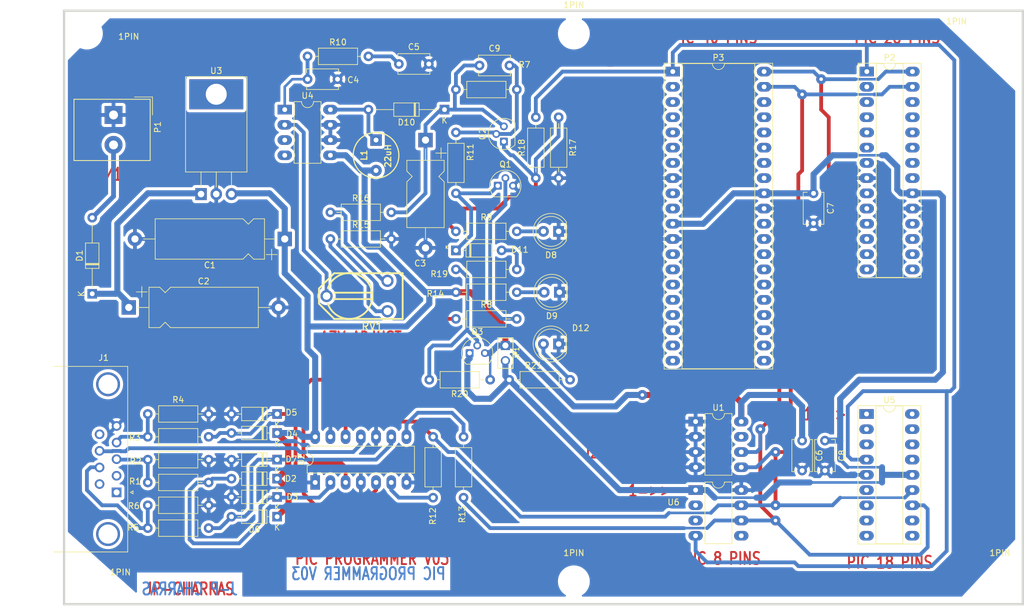
<source format=kicad_pcb>
(kicad_pcb (version 20210824) (generator pcbnew)
  (title_block (title "SERIAL PIC PROGRAMMER"))
  (layers (0 "F.Cu" signal "top_copper") (31 "B.Cu" signal "bottom_copper") (34 "B.Paste" user) (35 "F.Paste" user) (36 "B.SilkS" user "B.Silkscreen") (37 "F.SilkS" user "F.Silkscreen") (38 "B.Mask" user) (39 "F.Mask" user) (44 "Edge.Cuts" user))
  (net 0 "")
  (net 1 "Net-(D1-Pad2)")
  (net 2 "Net-(D2-Pad2)")
  (net 3 "GND")
  (net 4 "VCC")
  (net 5 "VPP")
  (net 6 "VCC_PIC")
  (net 7 "Net-(D4-Pad2)")
  (net 8 "/pic_programmer/PC-CLOCK-OUT")
  (net 9 "VPP-MCLR")
  (net 10 "CLOCK-RB6")
  (net 11 "DATA-RB7")
  (net 12 "Net-(C2-Pad1)")
  (net 13 "Net-(C4-Pad1)")
  (net 14 "Net-(C5-Pad1)")
  (net 15 "Net-(C9-Pad2)")
  (net 16 "Net-(D6-Pad2)")
  (net 17 "Net-(D8-Pad2)")
  (net 18 "Net-(D9-Pad2)")
  (net 19 "Net-(D11-Pad2)")
  (net 20 "Net-(D11-Pad1)")
  (net 21 "Net-(D12-Pad2)")
  (net 22 "Net-(Q1-Pad2)")
  (net 23 "Net-(D10-Pad2)")
  (net 24 "Net-(Q3-Pad2)")
  (net 25 "Net-(R8-Pad1)")
  (net 26 "Net-(R12-Pad1)")
  (net 27 "Net-(R13-Pad1)")
  (net 28 "Net-(R15-Pad1)")
  (net 29 "Net-(R16-Pad1)")
  (net 30 "Net-(RV1-Pad2)")
  (net 31 "Net-(Q2-Pad1)")
  (net 32 "/pic_programmer/VPP_ON")
  (net 33 "/pic_programmer/PC-DATA-OUT")
  (net 34 "/pic_programmer/PC-DATA-IN")
  (footprint "Package_DIP:DIP-40_W15.24mm_Socket_LongPads" (layer "F.Cu") (at 175.26 50.8)
    (fp_text reference "P3")
    (fp_text value "SUPP40")
  )
  (footprint "MountingHole:MountingHole_4.3mm_M4_DIN965" (layer "F.Cu") (at 229.87 44.45)
    (fp_text reference "1PIN")
    (fp_text value "P***")
  )
  (footprint "MountingHole:MountingHole_4.3mm_M4_DIN965" (layer "F.Cu") (at 229.87 135.89)
    (fp_text reference "1PIN")
    (fp_text value "P***")
  )
  (footprint "MountingHole:MountingHole_4.3mm_M4_DIN965" (layer "F.Cu") (at 77.47 44.45)
    (fp_text reference "1PIN")
    (fp_text value "P***")
  )
  (footprint "MountingHole:MountingHole_4.3mm_M4_DIN965" (layer "F.Cu") (at 77.47 135.89)
    (fp_text reference "1PIN")
    (fp_text value "P***")
  )
  (footprint "MountingHole:MountingHole_4.3mm_M4_DIN965" (layer "F.Cu") (at 158.75 135.89)
    (fp_text reference "1PIN")
    (fp_text value "P***")
  )
  (footprint "MountingHole:MountingHole_4.3mm_M4_DIN965" (layer "F.Cu") (at 158.75 44.45)
    (fp_text reference "1PIN")
    (fp_text value "P***")
  )
  (footprint "Package_DIP:DIP-28_W7.62mm_Socket_LongPads" (layer "F.Cu") (at 207.645 50.8)
    (fp_text reference "P2")
    (fp_text value "SUPP28")
  )
  (footprint "Capacitor_THT:CP_Axial_L18.0mm_D6.5mm_P25.00mm_Horizontal" (layer "F.Cu") (at 110.49 78.74 180)
    (fp_text reference "C1")
    (fp_text value "100uF")
  )
  (footprint "Capacitor_THT:CP_Axial_L18.0mm_D6.5mm_P25.00mm_Horizontal" (layer "F.Cu") (at 84.455 90.17)
    (fp_text reference "C2")
    (fp_text value "220uF")
  )
  (footprint "Capacitor_THT:CP_Axial_L11.0mm_D6.0mm_P18.00mm_Horizontal" (layer "F.Cu") (at 133.985 62.23 -90)
    (fp_text reference "C3")
    (fp_text value "22uF/25V")
  )
  (footprint "Capacitor_THT:C_Disc_D5.1mm_W3.2mm_P5.00mm" (layer "F.Cu") (at 114.3 52.07)
    (fp_text reference "C4")
    (fp_text value "0")
  )
  (footprint "Capacitor_THT:C_Disc_D5.1mm_W3.2mm_P5.00mm" (layer "F.Cu") (at 129.54 49.53)
    (fp_text reference "C5")
    (fp_text value "10nF")
  )
  (footprint "Capacitor_THT:C_Disc_D5.1mm_W3.2mm_P5.00mm" (layer "F.Cu") (at 196.85 112.395 -90)
    (fp_text reference "C6")
    (fp_text value "100nF")
  )
  (footprint "Capacitor_THT:C_Disc_D5.1mm_W3.2mm_P5.00mm" (layer "F.Cu") (at 198.755 71.12 -90)
    (fp_text reference "C7")
    (fp_text value "100nF")
  )
  (footprint "Capacitor_THT:C_Disc_D5.1mm_W3.2mm_P5.00mm" (layer "F.Cu") (at 200.66 112.395 -90)
    (fp_text reference "C8")
    (fp_text value "100nF")
  )
  (footprint "Capacitor_THT:C_Disc_D5.1mm_W3.2mm_P5.00mm" (layer "F.Cu") (at 143.002 49.784)
    (fp_text reference "C9")
    (fp_text value "22OnF")
  )
  (footprint "Diode_THT:D_DO-35_SOD27_P12.70mm_Horizontal" (layer "F.Cu") (at 78.359 87.884 90)
    (fp_text reference "D1")
    (fp_text value "1N4004")
  )
  (footprint "Diode_THT:D_DO-35_SOD27_P7.62mm_Horizontal" (layer "F.Cu") (at 109.22 118.745 180)
    (fp_text reference "D2")
    (fp_text value "BAT43")
  )
  (footprint "Diode_THT:D_DO-35_SOD27_P7.62mm_Horizontal" (layer "F.Cu") (at 109.22 121.793 180)
    (fp_text reference "D3")
    (fp_text value "BAT43")
  )
  (footprint "Diode_THT:D_DO-35_SOD27_P7.62mm_Horizontal" (layer "F.Cu") (at 109.22 111.125 180)
    (fp_text reference "D4")
    (fp_text value "BAT43")
  )
  (footprint "Diode_THT:D_DO-35_SOD27_P7.62mm_Horizontal" (layer "F.Cu") (at 109.22 107.95 180)
    (fp_text reference "D5")
    (fp_text value "BAT43")
  )
  (footprint "Diode_THT:D_DO-35_SOD27_P7.62mm_Horizontal" (layer "F.Cu") (at 109.22 125.095 180)
    (fp_text reference "D6")
    (fp_text value "BAT43")
  )
  (footprint "Diode_THT:D_DO-35_SOD27_P7.62mm_Horizontal" (layer "F.Cu") (at 109.22 115.57 180)
    (fp_text reference "D7")
    (fp_text value "BAT43")
  )
  (footprint "LED_THT:LED_D5.0mm" (layer "F.Cu") (at 156.21 77.47 180)
    (fp_text reference "D8")
    (fp_text value "RED-LED")
  )
  (footprint "LED_THT:LED_D5.0mm" (layer "F.Cu") (at 156.337 87.63 180)
    (fp_text reference "D9")
    (fp_text value "GREEN-LED")
  )
  (footprint "Diode_THT:D_DO-35_SOD27_P12.70mm_Horizontal" (layer "F.Cu") (at 137.16 57.15 180)
    (fp_text reference "D10")
    (fp_text value "SCHOTTKY")
  )
  (footprint "Diode_THT:D_DO-35_SOD27_P7.62mm_Horizontal" (layer "F.Cu") (at 139.065 80.645)
    (fp_text reference "D11")
    (fp_text value "BAT43")
  )
  (footprint "LED_THT:LED_D5.0mm" (layer "F.Cu") (at 156.21 96.266 180)
    (fp_text reference "D12")
    (fp_text value "YELLOW-LED")
  )
  (footprint "Connector_Dsub:DSUB-9_Female_Horizontal_P2.77x2.84mm_EdgePinOffset7.70mm_Housed_MountingHolesOffset9.12mm" (layer "F.Cu") (at 82.423 121.031 -90)
    (fp_text reference "J1")
    (fp_text value "DB9-FEMAL")
  )
  (footprint "pin_array:PIN_ARRAY_2X1" (layer "F.Cu") (at 147.32 97.79 -90)
    (fp_text reference "JP1")
    (fp_text value "JUMPER" hide)
  )
  (footprint "inductors:INDUCTOR_V" (layer "F.Cu") (at 125.73 64.77 -90)
    (fp_text reference "L1")
    (fp_text value "22uH")
  )
  (footprint "TerminalBlock_Altech:Altech_AK300_1x02_P5.00mm_45-Degree" (layer "F.Cu") (at 81.915 58.039 -90)
    (fp_text reference "P1")
    (fp_text value "CONN_2")
  )
  (footprint "Package_TO_SOT_THT:TO-92" (layer "F.Cu") (at 146.05 69.85)
    (fp_text reference "Q1")
    (fp_text value "BC237")
  )
  (footprint "Package_TO_SOT_THT:TO-92" (layer "F.Cu") (at 147.066 62.484 90)
    (fp_text reference "Q2")
    (fp_text value "BC307")
  )
  (footprint "Package_TO_SOT_THT:TO-92" (layer "F.Cu") (at 141.351 97.79)
    (fp_text reference "Q3")
    (fp_text value "BC307")
  )
  (footprint "Resistor_THT:R_Axial_DIN0207_L6.3mm_D2.5mm_P10.16mm_Horizontal" (layer "F.Cu") (at 87.63 115.57)
    (fp_text reference "R2")
    (fp_text value "10K")
  )
  (footprint "Resistor_THT:R_Axial_DIN0207_L6.3mm_D2.5mm_P10.16mm_Horizontal" (layer "F.Cu") (at 87.63 111.76)
    (fp_text reference "R3")
    (fp_text value "10K")
  )
  (footprint "Resistor_THT:R_Axial_DIN0207_L6.3mm_D2.5mm_P10.16mm_Horizontal" (layer "F.Cu") (at 87.63 107.95)
    (fp_text reference "R4")
    (fp_text value "10K")
  )
  (footprint "Resistor_THT:R_Axial_DIN0207_L6.3mm_D2.5mm_P10.16mm_Horizontal" (layer "F.Cu") (at 87.63 127)
    (fp_text reference "R5")
    (fp_text value "10K")
  )
  (footprint "Resistor_THT:R_Axial_DIN0207_L6.3mm_D2.5mm_P10.16mm_Horizontal" (layer "F.Cu") (at 87.63 123.19)
    (fp_text reference "R6")
    (fp_text value "10K")
  )
  (footprint "Resistor_THT:R_Axial_DIN0207_L6.3mm_D2.5mm_P10.16mm_Horizontal" (layer "F.Cu") (at 139.065 53.7972)
    (fp_text reference "R7")
    (fp_text value "10K")
  )
  (footprint "Resistor_THT:R_Axial_DIN0207_L6.3mm_D2.5mm_P10.16mm_Horizontal" (layer "F.Cu") (at 139.065 92.075)
    (fp_text reference "R8")
    (fp_text value "1K")
  )
  (footprint "Resistor_THT:R_Axial_DIN0207_L6.3mm_D2.5mm_P10.16mm_Horizontal" (layer "F.Cu") (at 139.065 77.47)
    (fp_text reference "R9")
    (fp_text value "2.2K")
  )
  (footprint "Resistor_THT:R_Axial_DIN0207_L6.3mm_D2.5mm_P10.16mm_Horizontal" (layer "F.Cu") (at 114.3 48.26)
    (fp_text reference "R10")
    (fp_text value "5.1K")
  )
  (footprint "Resistor_THT:R_Axial_DIN0207_L6.3mm_D2.5mm_P10.16mm_Horizontal" (layer "F.Cu") (at 139.065 71.12 90)
    (fp_text reference "R11")
    (fp_text value "22K")
  )
  (footprint "Resistor_THT:R_Axial_DIN0207_L6.3mm_D2.5mm_P10.16mm_Horizontal" (layer "F.Cu") (at 135.255 121.92 90)
    (fp_text reference "R12")
    (fp_text value "470")
  )
  (footprint "Resistor_THT:R_Axial_DIN0207_L6.3mm_D2.5mm_P10.16mm_Horizontal" (layer "F.Cu") (at 140.335 111.76 -90)
    (fp_text reference "R13")
    (fp_text value "470")
  )
  (footprint "Resistor_THT:R_Axial_DIN0207_L6.3mm_D2.5mm_P10.16mm_Horizontal" (layer "F.Cu") (at 139.065 87.63)
    (fp_text reference "R14")
    (fp_text value "470")
  )
  (footprint "Resistor_THT:R_Axial_DIN0207_L6.3mm_D2.5mm_P10.16mm_Horizontal" (layer "F.Cu") (at 118.11 78.74)
    (fp_text reference "R15")
    (fp_text value "6.2K")
  )
  (footprint "Resistor_THT:R_Axial_DIN0207_L6.3mm_D2.5mm_P10.16mm_Horizontal" (layer "F.Cu") (at 156.21 58.42 -90)
    (fp_text reference "R17")
    (fp_text value "22K")
  )
  (footprint "Resistor_THT:R_Axial_DIN0207_L6.3mm_D2.5mm_P10.16mm_Horizontal" (layer "F.Cu") (at 152.4 68.58 90)
    (fp_text reference "R18")
    (fp_text value "220")
  )
  (footprint "Resistor_THT:R_Axial_DIN0207_L6.3mm_D2.5mm_P10.16mm_Horizontal" (layer "F.Cu") (at 149.225 83.82 180)
    (fp_text reference "R19")
    (fp_text value "2.2K")
  )
  (footprint "Resistor_THT:R_Axial_DIN0207_L6.3mm_D2.5mm_P10.16mm_Horizontal" (layer "F.Cu") (at 147.955 102.235)
    (fp_text reference "R21")
    (fp_text value "470")
  )
  (footprint "pic_programmer_fp:RV2X4" (layer "F.Cu") (at 127.635 90.805 180)
    (fp_text reference "RV1")
    (fp_text value "1K")
  )
  (footprint "Package_DIP:DIP-8_W7.62mm_LongPads" (layer "F.Cu") (at 179.07 109.22)
    (fp_text reference "U1")
    (fp_text value "24Cxx")
  )
  (footprint "Package_DIP:DIP-14_W7.62mm_LongPads" (layer "F.Cu") (at 115.57 119.38 90)
    (fp_text reference "U2")
    (fp_text value "74HC125")
  )
  (footprint "Package_TO_SOT_THT:TO-220-3_Horizontal_TabDown" (layer "F.Cu") (at 96.52 71.247)
    (fp_text reference "U3")
    (fp_text value "7805")
  )
  (footprint "Package_DIP:DIP-8_W7.62mm_LongPads" (layer "F.Cu") (at 110.49 57.15)
    (fp_text reference "U4")
    (fp_text value "LT1373")
  )
  (footprint "Package_DIP:DIP-18_W7.62mm_Socket_LongPads" (layer "F.Cu") (at 207.6 107.95)
    (fp_text reference "U5")
    (fp_text value "PIC_18_PINS")
  )
  (footprint "Package_DIP:DIP-8_W7.62mm_LongPads" (layer "F.Cu") (at 179.07 120.65)
    (fp_text reference "U6")
    (fp_text value "PIC_8_PINS")
  )
  (footprint "Resistor_THT:R_Axial_DIN0207_L6.3mm_D2.5mm_P10.16mm_Horizontal" (layer "F.Cu") (at 87.63 119.38)
    (fp_text reference "R1")
    (fp_text value "10K")
  )
  (footprint "Resistor_THT:R_Axial_DIN0207_L6.3mm_D2.5mm_P10.16mm_Horizontal" (layer "F.Cu") (at 144.78 102.235 180)
    (fp_text reference "R20")
    (fp_text value "2.2K")
  )
  (footprint "Resistor_THT:R_Axial_DIN0207_L6.3mm_D2.5mm_P10.16mm_Horizontal" (layer "F.Cu") (at 118.11 74.295)
    (fp_text reference "R16")
    (fp_text value "62K")
  )
  (gr_line (start 173.99 40.64) (end 233.68 40.64) (angle 90) (layer "Edge.Cuts") (width 0.381))
  (gr_line (start 233.68 139.7) (end 73.66 139.7) (angle 90) (layer "Edge.Cuts") (width 0.381))
  (gr_line (start 73.66 40.64) (end 173.99 40.64) (angle 90) (layer "Edge.Cuts") (width 0.381))
  (gr_line (start 73.66 139.7) (end 73.66 40.64) (angle 90) (layer "Edge.Cuts") (width 0.381))
  (gr_line (start 233.68 40.64) (end 233.68 139.7) (angle 90) (layer "Edge.Cuts") (width 0.381))
  (gr_text "PIC 28 PINS" (at 212.725 45.085) (layer "F.Cu") (effects (font (size 2.032 1.524) (thickness 0.3048))))
  (gr_text "PIC 8 PINS" (at 183.515 132.08) (layer "F.Cu") (effects (font (size 2.032 1.524) (thickness 0.3048))))
  (gr_text "VCC ON" (at 163.322 96.901) (layer "F.Cu") (effects (font (size 2.032 1.524) (thickness 0.3048))))
  (gr_text "PIC PROGRAMMER V03" (at 125.095 132.08) (layer "F.Cu") (effects (font (size 2.032 1.524) (thickness 0.3048))))
  (gr_text "1=>>" (at 167.64 48.895) (layer "F.Cu") (effects (font (size 2.032 1.524) (thickness 0.3048))))
  (gr_text "PIC 40 PINS" (at 182.245 45.085) (layer "F.Cu") (effects (font (size 2.032 1.524) (thickness 0.3048))))
  (gr_text "1=>>" (at 171.45 109.22) (layer "F.Cu") (effects (font (size 2.032 1.524) (thickness 0.3048))))
  (gr_text "VPP ON" (at 163.449 76.835) (layer "F.Cu") (effects (font (size 2.032 1.524) (thickness 0.3048))))
  (gr_text "1=>>" (at 201.295 48.895) (layer "F.Cu") (effects (font (size 2.032 1.524) (thickness 0.3048))))
  (gr_text "JP-CHARRAS" (at 94.615 137.16) (layer "F.Cu") (effects (font (size 2.032 1.524) (thickness 0.3048))))
  (gr_text "I2C PROM" (at 166.37 114.3) (layer "F.Cu") (effects (font (size 2.032 1.524) (thickness 0.3048))))
  (gr_text "+8/12V" (at 81.534 67.945) (layer "F.Cu") (effects (font (size 2.032 1.524) (thickness 0.3048))))
  (gr_text "PIC 18 PINS" (at 211.455 132.715) (layer "F.Cu") (effects (font (size 2.032 1.524) (thickness 0.3048))))
  (gr_text "PWR ON" (at 163.449 88.011) (layer "F.Cu") (effects (font (size 2.032 1.524) (thickness 0.3048))))
  (gr_text "13V ADJUST" (at 123.19 95.25) (layer "F.Cu") (effects (font (size 2.032 1.524) (thickness 0.3048))))
  (gr_text "1=>>" (at 171.45 120.65) (layer "F.Cu") (effects (font (size 2.032 1.524) (thickness 0.3048))))
  (gr_text "1=>>" (at 200.66 107.95) (layer "F.Cu") (effects (font (size 2.032 1.524) (thickness 0.3048))))
  (gr_text "PIC PROGRAMMER V03" (at 124.46 134.62) (layer "B.Cu") (effects (font (size 2.032 1.524) (thickness 0.3048)) (justify mirror)))
  (gr_text "J-P CHARRAS" (at 94.615 137.16) (layer "B.Cu") (effects (font (size 2.032 1.524) (thickness 0.3048)) (justify mirror)))
  (segment (start 78.359 75.184) (end 81.915 71.628) (width 0.8) (layer "B.Cu") (net 1))
  (segment (start 81.915 71.628) (end 81.915 63.039) (width 0.8) (layer "B.Cu") (net 1))
  (segment (start 109.22 121.92) (end 116.205 121.92) (width 0.635) (layer "B.Cu") (net 2))
  (segment (start 95.25 129.54) (end 102.87 129.54) (width 0.635) (layer "B.Cu") (net 2))
  (segment (start 97.79 119.38) (end 98.425 118.745) (width 0.635) (layer "B.Cu") (net 2))
  (segment (start 94.615 120.65) (end 94.615 128.905) (width 0.635) (layer "B.Cu") (net 2))
  (segment (start 94.615 128.905) (end 95.25 129.54) (width 0.635) (layer "B.Cu") (net 2))
  (segment (start 106.426 125.984) (end 106.426 123.3932) (width 0.635) (layer "B.Cu") (net 2))
  (segment (start 98.425 118.745) (end 101.6 118.745) (width 0.635) (layer "B.Cu") (net 2))
  (segment (start 118.11 120.015) (end 118.11 119.38) (width 0.635) (layer "B.Cu") (net 2))
  (segment (start 95.885 119.38) (end 94.615 120.65) (width 0.635) (layer "B.Cu") (net 2))
  (segment (start 97.79 119.38) (end 95.885 119.38) (width 0.635) (layer "B.Cu") (net 2))
  (segment (start 107.8992 121.92) (end 109.22 121.92) (width 0.635) (layer "B.Cu") (net 2))
  (segment (start 116.205 121.92) (end 118.11 120.015) (width 0.635) (layer "B.Cu") (net 2))
  (segment (start 102.87 129.54) (end 106.426 125.984) (width 0.635) (layer "B.Cu") (net 2))
  (segment (start 106.426 123.3932) (end 107.8992 121.92) (width 0.635) (layer "B.Cu") (net 2))
  (segment (start 111.0742 116.8908) (end 109.22 118.745) (width 1.016) (layer "F.Cu") (net 4))
  (segment (start 139.065 87.63) (end 141.478 87.63) (width 1.016) (layer "F.Cu") (net 4))
  (segment (start 141.478 87.63) (end 147.32 93.472) (width 1.016) (layer "F.Cu") (net 4))
  (segment (start 111.125 120.65) (end 111.125 123.19) (width 1.016) (layer "F.Cu") (net 4))
  (segment (start 185.42 104.775) (end 186.69 106.045) (width 1.016) (layer "F.Cu") (net 4))
  (segment (start 147.32 93.472) (end 147.32 96.52) (width 1.016) (layer "F.Cu") (net 4))
  (segment (start 111.0742 113.0808) (end 111.0742 116.8908) (width 1.016) (layer "F.Cu") (net 4))
  (segment (start 110.49 112.395) (end 110.49 112.4966) (width 1.016) (layer "F.Cu") (net 4))
  (segment (start 110.49 112.4966) (end 111.0742 113.0808) (width 1.016) (layer "F.Cu") (net 4))
  (segment (start 109.22 118.745) (end 111.125 120.65) (width 1.016) (layer "F.Cu") (net 4))
  (segment (start 186.69 106.045) (end 186.69 109.22) (width 1.016) (layer "F.Cu") (net 4))
  (segment (start 111.125 123.19) (end 109.855 124.46) (width 1.016) (layer "F.Cu") (net 4))
  (segment (start 170.18 104.775) (end 185.42 104.775) (width 1.016) (layer "F.Cu") (net 4))
  (segment (start 109.22 111.125) (end 110.49 112.395) (width 1.016) (layer "F.Cu") (net 4))
  (via (at 170.18 104.775) (size 1.651) (drill 0.6) (layers "F.Cu" "B.Cu") (net 4))
  (segment (start 123.19 67.31) (end 120.65 64.77) (width 1.016) (layer "B.Cu") (net 4))
  (segment (start 101.6 71.12) (end 107.95 71.12) (width 1.016) (layer "B.Cu") (net 4))
  (segment (start 134.62 89.535) (end 134.62 87.63) (width 1.016) (layer "B.Cu") (net 4))
  (segment (start 123.825 67.31) (end 123.19 67.31) (width 1.016) (layer "B.Cu") (net 4))
  (segment (start 147.32 96.52) (end 146.05 96.52) (width 1.016) (layer "B.Cu") (net 4))
  (segment (start 158.75 106.68) (end 165.735 106.68) (width 1.016) (layer "B.Cu") (net 4))
  (segment (start 126.365 80.01) (end 124.46 80.01) (width 1.016) (layer "B.Cu") (net 4))
  (segment (start 118.11 64.77) (end 120.65 64.77) (width 1.016) (layer "B.Cu") (net 4))
  (segment (start 114.3 93.345) (end 114.3 97.155) (width 1.016) (layer "B.Cu") (net 4))
  (segment (start 114.3 93.345) (end 130.81 93.345) (width 1.016) (layer "B.Cu") (net 4))
  (segment (start 114.3 97.155) (end 115.57 98.425) (width 1.016) (layer "B.Cu") (net 4))
  (segment (start 186.69 106.045) (end 187.96 104.775) (width 1.016) (layer "B.Cu") (net 4))
  (segment (start 115.57 98.425) (end 115.57 111.76) (width 1.016) (layer "B.Cu") (net 4))
  (segment (start 130.81 93.345) (end 134.62 89.535) (width 1.016) (layer "B.Cu") (net 4))
  (segment (start 165.735 106.68) (end 167.64 104.775) (width 1.016) (layer "B.Cu") (net 4))
  (segment (start 148.59 96.52) (end 158.75 106.68) (width 1.016) (layer "B.Cu") (net 4))
  (segment (start 124.46 80.01) (end 123.825 79.375) (width 1.016) (layer "B.Cu") (net 4))
  (segment (start 113.3856 111.76) (end 115.57 111.76) (width 1.016) (layer "B.Cu") (net 4))
  (segment (start 196.85 112.395) (end 196.85 106.68) (width 1.016) (layer "B.Cu") (net 4))
  (segment (start 134.62 87.63) (end 133.985 87.63) (width 1.016) (layer "B.Cu") (net 4))
  (segment (start 146.05 96.52) (end 144.78 97.79) (width 1.016) (layer "B.Cu") (net 4))
  (segment (start 144.78 102.235) (end 144.78 97.79) (width 0.4) (layer "B.Cu") (net 4))
  (segment (start 144.78 97.79) (end 143.891 97.79) (width 1.016) (layer "B.Cu") (net 4))
  (segment (start 109.22 111.125) (end 112.7506 111.125) (width 1.016) (layer "B.Cu") (net 4))
  (segment (start 125.73 67.31) (end 123.825 67.31) (width 1.016) (layer "B.Cu") (net 4))
  (segment (start 167.64 104.775) (end 170.18 104.775) (width 1.016) (layer "B.Cu") (net 4))
  (segment (start 139.065 87.63) (end 134.62 87.63) (width 1.016) (layer "B.Cu") (net 4))
  (segment (start 114.3 88.265) (end 114.3 93.345) (width 1.016) (layer "B.Cu") (net 4))
  (segment (start 110.49 73.66) (end 107.95 71.12) (width 1.016) (layer "B.Cu") (net 4))
  (segment (start 196.85 106.68) (end 194.945 104.775) (width 1.016) (layer "B.Cu") (net 4))
  (segment (start 147.32 96.52) (end 148.59 96.52) (width 1.016) (layer "B.Cu") (net 4))
  (segment (start 186.69 109.22) (end 186.69 106.045) (width 1.016) (layer "B.Cu") (net 4))
  (segment (start 112.7506 111.125) (end 113.3856 111.76) (width 1.016) (layer "B.Cu") (net 4))
  (segment (start 133.985 87.63) (end 126.365 80.01) (width 1.016) (layer "B.Cu") (net 4))
  (segment (start 187.96 104.775) (end 194.945 104.775) (width 1.016) (layer "B.Cu") (net 4))
  (segment (start 123.825 79.375) (end 123.825 67.31) (width 1.016) (layer "B.Cu") (net 4))
  (segment (start 110.49 78.74) (end 110.49 73.66) (width 1.016) (layer "B.Cu") (net 4))
  (segment (start 110.49 84.455) (end 114.3 88.265) (width 1.016) (layer "B.Cu") (net 4))
  (segment (start 110.49 78.74) (end 110.49 84.455) (width 1.016) (layer "B.Cu") (net 4))
  (segment (start 138.8872 53.975) (end 139.065 53.7972) (width 0.635) (layer "B.Cu") (net 5))
  (segment (start 138.8872 57.15) (end 138.8872 53.975) (width 0.635) (layer "B.Cu") (net 5))
  (segment (start 137.16 57.15) (end 138.8872 57.15) (width 0.635) (layer "B.Cu") (net 5))
  (segment (start 130.81 74.295) (end 128.27 74.295) (width 0.635) (layer "B.Cu") (net 5))
  (segment (start 133.985 62.23) (end 133.985 71.12) (width 0.635) (layer "B.Cu") (net 5))
  (segment (start 138.8872 57.15) (end 143.51 57.15) (width 0.635) (layer "B.Cu") (net 5))
  (segment (start 133.985 62.23) (end 133.985 59.69) (width 0.635) (layer "B.Cu") (net 5))
  (segment (start 136.525 57.15) (end 137.16 57.15) (width 0.635) (layer "B.Cu") (net 5))
  (segment (start 133.985 71.12) (end 130.81 74.295) (width 0.635) (layer "B.Cu") (net 5))
  (segment (start 139.065 51.181) (end 140.462 49.784) (width 0.635) (layer "B.Cu") (net 5))
  (segment (start 139.065 53.7972) (end 139.065 51.181) (width 0.635) (layer "B.Cu") (net 5))
  (segment (start 143.51 57.15) (end 147.066 59.944) (width 0.635) (layer "B.Cu") (net 5))
  (segment (start 136.525 57.15) (end 133.985 59.69) (width 0.635) (layer "B.Cu") (net 5))
  (segment (start 140.462 49.784) (end 143.002 49.784) (width 0.635) (layer "B.Cu") (net 5))
  (segment (start 190.5 121.92) (end 193.04 119.38) (width 1.016) (layer "B.Cu") (net 6))
  (segment (start 204.47 116.84) (end 210.185 116.84) (width 0.4318) (layer "B.Cu") (net 6))
  (segment (start 219.075 102.235) (end 220.345 100.965) (width 1.016) (layer "B.Cu") (net 6))
  (segment (start 175.26 76.2) (end 180.34 76.2) (width 1.016) (layer "B.Cu") (net 6))
  (segment (start 185.42 71.12) (end 190.5 71.12) (width 1.016) (layer "B.Cu") (net 6))
  (segment (start 210.185 119.38) (end 210.185 118.11) (width 1.016) (layer "B.Cu") (net 6))
  (segment (start 141.351 98.679) (end 141.351 97.79) (width 1.016) (layer "B.Cu") (net 6))
  (segment (start 198.12 119.38) (end 210.185 119.38) (width 0.4318) (layer "B.Cu") (net 6))
  (segment (start 203.2 105.41) (end 203.2 112.395) (width 1.016) (layer "B.Cu") (net 6))
  (segment (start 201.93 64.77) (end 205.74 64.77) (width 1.016) (layer "B.Cu") (net 6))
  (segment (start 166.37 120.65) (end 147.955 102.235) (width 1.016) (layer "B.Cu") (net 6))
  (segment (start 179.07 120.65) (end 180.975 120.65) (width 1.016) (layer "B.Cu") (net 6))
  (segment (start 144.78 105.41) (end 142.24 105.41) (width 1.016) (layer "B.Cu") (net 6))
  (segment (start 220.345 100.965) (end 220.345 71.755) (width 1.016) (layer "B.Cu") (net 6))
  (segment (start 212.725 70.485) (end 213.36 71.12) (width 1.016) (layer "B.Cu") (net 6))
  (segment (start 213.36 71.12) (end 215.265 71.12) (width 1.016) (layer "B.Cu") (net 6))
  (segment (start 189.23 121.92) (end 190.5 121.92) (width 1.016) (layer "B.Cu") (net 6))
  (segment (start 219.71 71.12) (end 215.265 71.12) (width 1.016) (layer "B.Cu") (net 6))
  (segment (start 203.2 112.395) (end 203.2 115.57) (width 1.016) (layer "B.Cu") (net 6))
  (segment (start 203.2 105.41) (end 206.375 102.235) (width 1.016) (layer "B.Cu") (net 6))
  (segment (start 179.07 120.65) (end 166.37 120.65) (width 1.016) (layer "B.Cu") (net 6))
  (segment (start 210.185 118.11) (end 210.185 116.84) (width 1.016) (layer "B.Cu") (net 6))
  (segment (start 147.32 99.06) (end 147.32 101.6) (width 1.016) (layer "B.Cu") (net 6))
  (segment (start 200.66 112.395) (end 203.2 112.395) (width 1.016) (layer "B.Cu") (net 6))
  (segment (start 210.185 64.77) (end 210.82 64.77) (width 1.016) (layer "B.Cu") (net 6))
  (segment (start 210.82 64.77) (end 212.725 66.675) (width 1.016) (layer "B.Cu") (net 6))
  (segment (start 190.5 71.12) (end 198.755 71.12) (width 1.016) (layer "B.Cu") (net 6))
  (segment (start 140.97 99.06) (end 141.351 98.679) (width 1.016) (layer "B.Cu") (net 6))
  (segment (start 198.755 71.12) (end 198.755 67.945) (width 1.016) (layer "B.Cu") (net 6))
  (segment (start 206.375 102.235) (end 219.075 102.235) (width 1.016) (layer "B.Cu") (net 6))
  (segment (start 198.755 67.945) (end 201.93 64.77) (width 1.016) (layer "B.Cu") (net 6))
  (segment (start 142.24 105.41) (end 140.97 104.14) (width 1.016) (layer "B.Cu") (net 6))
  (segment (start 140.97 104.14) (end 140.97 99.06) (width 1.016) (layer "B.Cu") (net 6))
  (segment (start 205.74 64.77) (end 210.185 64.77) (width 0.4318) (layer "B.Cu") (net 6))
  (segment (start 182.245 121.92) (end 189.23 121.92) (width 0.4318) (layer "B.Cu") (net 6))
  (segment (start 193.04 119.38) (end 198.12 119.38) (width 1.016) (layer "B.Cu") (net 6))
  (segment (start 203.2 115.57) (end 204.47 116.84) (width 0.635) (layer "B.Cu") (net 6))
  (segment (start 147.955 102.235) (end 144.78 105.41) (width 1.016) (layer "B.Cu") (net 6))
  (segment (start 212.725 66.675) (end 212.725 70.485) (width 1.016) (layer "B.Cu") (net 6))
  (segment (start 220.345 71.755) (end 219.71 71.12) (width 1.016) (layer "B.Cu") (net 6))
  (segment (start 147.32 101.6) (end 147.955 102.235) (width 1.016) (layer "B.Cu") (net 6))
  (segment (start 210.185 118.11) (end 215.265 118.11) (width 1.016) (layer "B.Cu") (net 6))
  (segment (start 180.975 120.65) (end 182.245 121.92) (width 1.016) (layer "B.Cu") (net 6))
  (segment (start 180.34 76.2) (end 185.42 71.12) (width 1.016) (layer "B.Cu") (net 6))
  (segment (start 112.2934 117.3734) (end 113.665 118.745) (width 0.635) (layer "F.Cu") (net 7))
  (segment (start 125.73 120.65) (end 125.73 119.38) (width 0.635) (layer "F.Cu") (net 7))
  (segment (start 109.22 107.95) (end 111.125 107.95) (width 0.635) (layer "F.Cu") (net 7))
  (segment (start 111.125 107.95) (end 112.2934 109.1184) (width 0.635) (layer "F.Cu") (net 7))
  (segment (start 123.19 123.19) (end 125.73 120.65) (width 0.635) (layer "F.Cu") (net 7))
  (segment (start 112.2934 109.1184) (end 112.2934 117.3734) (width 0.635) (layer "F.Cu") (net 7))
  (segment (start 115.57 123.19) (end 123.19 123.19) (width 0.635) (layer "F.Cu") (net 7))
  (segment (start 113.665 118.745) (end 113.665 121.285) (width 0.635) (layer "F.Cu") (net 7))
  (segment (start 113.665 121.285) (end 115.57 123.19) (width 0.635) (layer "F.Cu") (net 7))
  (segment (start 107.95 107.95) (end 109.22 107.95) (width 0.635) (layer "B.Cu") (net 7))
  (segment (start 106.807 109.093) (end 107.95 107.95) (width 0.635) (layer "B.Cu") (net 7))
  (segment (start 106.807 109.22) (end 104.775 111.252) (width 0.635) (layer "B.Cu") (net 7))
  (segment (start 106.807 109.22) (end 106.807 109.093) (width 0.635) (layer "B.Cu") (net 7))
  (segment (start 104.775 111.252) (end 101.727 111.252) (width 0.635) (layer "B.Cu") (net 7))
  (segment (start 99.695 111.125) (end 101.6 111.125) (width 0.635) (layer "B.Cu") (net 7))
  (segment (start 97.79 111.76) (end 99.06 111.76) (width 0.635) (layer "B.Cu") (net 7))
  (segment (start 101.727 111.252) (end 101.6 111.125) (width 0.635) (layer "B.Cu") (net 7))
  (segment (start 99.06 111.76) (end 99.695 111.125) (width 0.635) (layer "B.Cu") (net 7))
  (segment (start 82.55 123.19) (end 80.01 123.19) (width 0.635) (layer "B.Cu") (net 8))
  (segment (start 80.01 123.19) (end 77.47 120.65) (width 0.635) (layer "B.Cu") (net 8))
  (segment (start 77.47 117.475) (end 78.105 116.84) (width 0.635) (layer "B.Cu") (net 8))
  (segment (start 87.63 127) (end 87.63 123.19) (width 0.635) (layer "B.Cu") (net 8))
  (segment (start 78.105 116.84) (end 80.01 116.84) (width 0.635) (layer "B.Cu") (net 8))
  (segment (start 77.47 120.65) (end 77.47 117.475) (width 0.635) (layer "B.Cu") (net 8))
  (segment (start 87.63 127) (end 86.36 127) (width 0.635) (layer "B.Cu") (net 8))
  (segment (start 86.36 127) (end 82.55 123.19) (width 0.635) (layer "B.Cu") (net 8))
  (segment (start 218.44 133.35) (end 220.98 130.81) (width 0.635) (layer "B.Cu") (net 9))
  (segment (start 207.645 46.355) (end 176.53 46.355) (width 0.635) (layer "B.Cu") (net 9))
  (segment (start 222.25 48.895) (end 219.71 46.355) (width 0.635) (layer "B.Cu") (net 9))
  (segment (start 221.615 104.14) (end 220.98 104.14) (width 0.635) (layer "B.Cu") (net 9))
  (segment (start 207.645 50.8) (end 207.645 46.355) (width 0.635) (layer "B.Cu") (net 9))
  (segment (start 205.105 115.57) (end 204.47 114.935) (width 0.635) (layer "B.Cu") (net 9))
  (segment (start 207.645 115.57) (end 205.105 115.57) (width 0.635) (layer "B.Cu") (net 9))
  (segment (start 156.845 50.8) (end 152.4 55.245) (width 0.635) (layer "B.Cu") (net 9))
  (segment (start 179.07 130.81) (end 179.07 128.27) (width 0.635) (layer "B.Cu") (net 9))
  (segment (start 221.615 104.14) (end 222.25 103.505) (width 0.635) (layer "B.Cu") (net 9))
  (segment (start 222.25 48.895) (end 222.25 103.505) (width 0.635) (layer "B.Cu") (net 9))
  (segment (start 175.26 47.625) (end 176.53 46.355) (width 0.635) (layer "B.Cu") (net 9))
  (segment (start 175.26 50.8) (end 175.26 47.625) (width 0.635) (layer "B.Cu") (net 9))
  (segment (start 220.98 130.81) (end 220.98 104.14) (width 0.635) (layer "B.Cu") (net 9))
  (segment (start 195.58 132.715) (end 196.215 133.35) (width 0.635) (layer "B.Cu") (net 9))
  (segment (start 152.4 55.245) (end 152.4 58.42) (width 0.635) (layer "B.Cu") (net 9))
  (segment (start 179.07 130.81) (end 180.975 132.715) (width 0.635) (layer "B.Cu") (net 9))
  (segment (start 156.845 50.8) (end 175.26 50.8) (width 0.635) (layer "B.Cu") (net 9))
  (segment (start 204.47 114.935) (end 204.47 106.68) (width 0.635) (layer "B.Cu") (net 9))
  (segment (start 219.71 46.355) (end 207.645 46.355) (width 0.635) (layer "B.Cu") (net 9))
  (segment (start 204.47 106.68) (end 207.01 104.14) (width 0.635) (layer "B.Cu") (net 9))
  (segment (start 196.215 133.35) (end 218.44 133.35) (width 0.635) (layer "B.Cu") (net 9))
  (segment (start 195.58 132.715) (end 180.975 132.715) (width 0.635) (layer "B.Cu") (net 9))
  (segment (start 207.01 104.14) (end 220.98 104.14) (width 0.635) (layer "B.Cu") (net 9))
  (segment (start 196.215 67.945) (end 196.85 67.31) (width 0.635) (layer "F.Cu") (net 10))
  (segment (start 189.865 123.19) (end 192.405 125.73) (width 0.635) (layer "F.Cu") (net 10))
  (segment (start 189.865 110.49) (end 189.865 123.19) (width 0.635) (layer "F.Cu") (net 10))
  (segment (start 196.85 67.31) (end 196.85 54.61) (width 0.635) (layer "F.Cu") (net 10))
  (segment (start 193.04 107.315) (end 193.04 75.565) (width 0.635) (layer "F.Cu") (net 10))
  (segment (start 196.215 72.39) (end 196.215 67.945) (width 0.635) (layer "F.Cu") (net 10))
  (segment (start 193.04 107.315) (end 189.865 110.49) (width 0.635) (layer "F.Cu") (net 10))
  (segment (start 193.04 75.565) (end 196.215 72.39) (width 0.635) (layer "F.Cu") (net 10))
  (via (at 189.865 110.49) (size 1.651) (drill 0.6) (layers "F.Cu" "B.Cu") (net 10))
  (via (at 192.405 125.73) (size 1.651) (drill 0.6) (layers "F.Cu" "B.Cu") (net 10))
  (via (at 196.85 54.61) (size 1.651) (drill 0.6) (layers "F.Cu" "B.Cu") (net 10))
  (segment (start 190.5 53.34) (end 195.58 53.34) (width 0.635) (layer "B.Cu") (net 10))
  (segment (start 217.17 123.19) (end 215.265 123.19) (width 0.635) (layer "B.Cu") (net 10))
  (segment (start 144.78 127) (end 177.165 127) (width 0.635) (layer "B.Cu") (net 10))
  (segment (start 177.165 127) (end 180.975 127) (width 0.4318) (layer "B.Cu") (net 10))
  (segment (start 182.245 125.73) (end 180.975 127) (width 0.635) (layer "B.Cu") (net 10))
  (segment (start 216.535 131.445) (end 217.805 130.175) (width 0.635) (layer "B.Cu") (net 10))
  (segment (start 182.245 125.73) (end 186.69 125.73) (width 0.635) (layer "B.Cu") (net 10))
  (segment (start 189.865 113.665) (end 189.23 114.3) (width 0.635) (layer "B.Cu") (net 10))
  (segment (start 211.455 53.34) (end 210.185 54.61) (width 0.635) (layer "B.Cu") (net 10))
  (segment (start 198.12 131.445) (end 216.535 131.445) (width 0.635) (layer "B.Cu") (net 10))
  (segment (start 205.74 54.61) (end 208.915 54.61) (width 0.4318) (layer "B.Cu") (net 10))
  (segment (start 196.85 54.61) (end 205.74 54.61) (width 0.635) (layer "B.Cu") (net 10))
  (segment (start 217.805 130.175) (end 217.805 123.825) (width 0.635) (layer "B.Cu") (net 10))
  (segment (start 210.185 54.61) (end 208.915 54.61) (width 0.635) (layer "B.Cu") (net 10))
  (segment (start 189.23 114.3) (end 186.69 114.3) (width 0.635) (layer "B.Cu") (net 10))
  (segment (start 211.455 53.34) (end 215.265 53.34) (width 0.635) (layer "B.Cu") (net 10))
  (segment (start 189.865 110.49) (end 189.865 113.665) (width 0.635) (layer "B.Cu") (net 10))
  (segment (start 140.335 122.555) (end 144.78 127) (width 0.635) (layer "B.Cu") (net 10))
  (segment (start 192.405 125.73) (end 198.12 131.445) (width 0.635) (layer "B.Cu") (net 10))
  (segment (start 195.58 53.34) (end 196.85 54.61) (width 0.635) (layer "B.Cu") (net 10))
  (segment (start 140.335 121.92) (end 140.335 122.555) (width 0.635) (layer "B.Cu") (net 10))
  (segment (start 186.69 125.73) (end 192.405 125.73) (width 0.635) (layer "B.Cu") (net 10))
  (segment (start 217.805 123.825) (end 217.17 123.19) (width 0.635) (layer "B.Cu") (net 10))
  (segment (start 120.65 109.855) (end 121.285 109.22) (width 0.635) (layer "F.Cu") (net 11))
  (segment (start 120.65 111.76) (end 120.65 109.855) (width 0.635) (layer "F.Cu") (net 11))
  (segment (start 201.295 85.09) (end 194.945 91.44) (width 0.635) (layer "F.Cu") (net 11))
  (segment (start 121.285 109.22) (end 132.715 109.22) (width 0.635) (layer "F.Cu") (net 11))
  (segment (start 192.405 114.3) (end 192.405 123.19) (width 0.635) (layer "F.Cu") (net 11))
  (segment (start 194.31 114.3) (end 192.405 114.3) (width 0.635) (layer "F.Cu") (net 11))
  (segment (start 194.945 113.665) (end 194.31 114.3) (width 0.635) (layer "F.Cu") (net 11))
  (segment (start 200.025 57.15) (end 200.025 52.07) (width 0.635) (layer "F.Cu") (net 11))
  (segment (start 200.025 57.15) (end 201.295 58.42) (width 0.635) (layer "F.Cu") (net 11))
  (segment (start 194.945 91.44) (end 194.945 113.665) (width 0.635) (layer "F.Cu") (net 11))
  (segment (start 201.295 58.42) (end 201.295 85.09) (width 0.635) (layer "F.Cu") (net 11))
  (segment (start 132.715 109.22) (end 135.255 111.76) (width 0.635) (layer "F.Cu") (net 11))
  (via (at 192.405 114.3) (size 1.651) (drill 0.6) (layers "F.Cu" "B.Cu") (net 11))
  (via (at 192.405 123.19) (size 1.651) (drill 0.6) (layers "F.Cu" "B.Cu") (net 11))
  (via (at 200.025 52.07) (size 1.651) (drill 0.6) (layers "F.Cu" "B.Cu") (net 11))
  (segment (start 135.255 111.76) (end 137.795 114.3) (width 0.635) (layer "B.Cu") (net 11))
  (segment (start 181.61 124.46) (end 182.88 123.19) (width 0.635) (layer "B.Cu") (net 11))
  (segment (start 189.23 116.84) (end 186.69 116.84) (width 0.635) (layer "B.Cu") (net 11))
  (segment (start 182.88 123.19) (end 186.69 123.19) (width 0.635) (layer "B.Cu") (net 11))
  (segment (start 209.55 52.07) (end 210.82 50.8) (width 0.635) (layer "B.Cu") (net 11))
  (segment (start 215.265 50.8) (end 210.82 50.8) (width 0.635) (layer "B.Cu") (net 11))
  (segment (start 149.86 125.095) (end 173.99 125.095) (width 0.635) (layer "B.Cu") (net 11))
  (segment (start 198.755 50.8) (end 200.025 52.07) (width 0.635) (layer "B.Cu") (net 11))
  (segment (start 192.405 114.3) (end 191.77 114.3) (width 0.635) (layer "B.Cu") (net 11))
  (segment (start 200.025 52.07) (end 205.74 52.07) (width 0.635) (layer "B.Cu") (net 11))
  (segment (start 173.99 125.095) (end 174.625 124.46) (width 0.635) (layer "B.Cu") (net 11))
  (segment (start 201.93 123.19) (end 203.2 121.92) (width 0.635) (layer "B.Cu") (net 11))
  (segment (start 190.5 50.8) (end 198.755 50.8) (width 0.635) (layer "B.Cu") (net 11))
  (segment (start 139.065 114.3) (end 149.86 125.095) (width 0.635) (layer "B.Cu") (net 11))
  (segment (start 186.69 123.19) (end 192.405 123.19) (width 0.635) (layer "B.Cu") (net 11))
  (segment (start 203.2 121.92) (end 213.995 121.92) (width 0.4318) (layer "B.Cu") (net 11))
  (segment (start 191.77 114.3) (end 189.23 116.84) (width 0.635) (layer "B.Cu") (net 11))
  (segment (start 174.625 124.46) (end 181.61 124.46) (width 0.4318) (layer "B.Cu") (net 11))
  (segment (start 137.795 114.3) (end 139.065 114.3) (width 0.635) (layer "B.Cu") (net 11))
  (segment (start 192.405 123.19) (end 201.93 123.19) (width 0.635) (layer "B.Cu") (net 11))
  (segment (start 205.74 52.07) (end 209.55 52.07) (width 0.4318) (layer "B.Cu") (net 11))
  (segment (start 213.995 121.92) (end 215.265 120.65) (width 0.635) (layer "B.Cu") (net 11))
  (segment (start 82.55 76.2) (end 87.63 71.12) (width 1.016) (layer "B.Cu") (net 12))
  (segment (start 82.296 87.884) (end 78.359 87.884) (width 1.016) (layer "B.Cu") (net 12))
  (segment (start 82.55 87.63) (end 82.55 76.2) (width 1.016) (layer "B.Cu") (net 12))
  (segment (start 84.455 89.535) (end 82.55 87.63) (width 1.016) (layer "B.Cu") (net 12))
  (segment (start 87.63 71.12) (end 96.52 71.12) (width 1.016) (layer "B.Cu") (net 12))
  (segment (start 82.55 87.63) (end 82.296 87.884) (width 1.016) (layer "B.Cu") (net 12))
  (segment (start 84.455 90.17) (end 84.455 89.535) (width 1.016) (layer "B.Cu") (net 12))
  (segment (start 114.3 48.26) (end 114.3 52.07) (width 0.635) (layer "B.Cu") (net 13))
  (segment (start 110.49 57.15) (end 110.49 53.34) (width 0.4318) (layer "B.Cu") (net 13))
  (segment (start 111.76 52.07) (end 114.3 52.07) (width 0.4318) (layer "B.Cu") (net 13))
  (segment (start 110.49 53.34) (end 111.76 52.07) (width 0.4318) (layer "B.Cu") (net 13))
  (segment (start 128.27 48.26) (end 129.54 49.53) (width 0.635) (layer "B.Cu") (net 14))
  (segment (start 124.46 48.26) (end 128.27 48.26) (width 0.635) (layer "B.Cu") (net 14))
  (segment (start 145.542 60.96) (end 145.796 61.214) (width 0.635) (layer "B.Cu") (net 15))
  (segment (start 149.225 60.198) (end 148.209 61.214) (width 0.635) (layer "B.Cu") (net 15))
  (segment (start 149.225 50.165) (end 149.225 60.198) (width 0.635) (layer "B.Cu") (net 15))
  (segment (start 139.065 60.96) (end 145.542 60.96) (width 0.635) (layer "B.Cu") (net 15))
  (segment (start 148.082 49.784) (end 148.844 49.784) (width 0.635) (layer "B.Cu") (net 15))
  (segment (start 148.209 61.214) (end 145.796 61.214) (width 0.635) (layer "B.Cu") (net 15))
  (segment (start 148.844 49.784) (end 149.225 50.165) (width 0.635) (layer "B.Cu") (net 15))
  (segment (start 109.22 115.57) (end 125.73 115.57) (width 0.635) (layer "B.Cu") (net 16))
  (segment (start 103.8098 125.095) (end 101.6 125.095) (width 0.635) (layer "B.Cu") (net 16))
  (segment (start 99.695 127) (end 101.6 125.095) (width 0.635) (layer "B.Cu") (net 16))
  (segment (start 106.045 115.57) (end 104.9274 116.6876) (width 0.635) (layer "B.Cu") (net 16))
  (segment (start 99.695 127) (end 97.79 127) (width 0.635) (layer "B.Cu") (net 16))
  (segment (start 128.27 111.76) (end 128.27 113.03) (width 0.635) (layer "B.Cu") (net 16))
  (segment (start 104.9274 123.9774) (end 103.8098 125.095) (width 0.635) (layer "B.Cu") (net 16))
  (segment (start 128.27 113.03) (end 125.73 115.57) (width 0.635) (layer "B.Cu") (net 16))
  (segment (start 104.9274 116.6876) (end 104.9274 123.9774) (width 0.635) (layer "B.Cu") (net 16))
  (segment (start 109.22 115.57) (end 106.045 115.57) (width 0.635) (layer "B.Cu") (net 16))
  (segment (start 153.67 77.47) (end 149.225 77.47) (width 0.635) (layer "B.Cu") (net 17))
  (segment (start 153.67 87.63) (end 149.225 87.63) (width 0.635) (layer "B.Cu") (net 18))
  (segment (start 149.225 81.28) (end 149.225 83.82) (width 0.635) (layer "B.Cu") (net 19))
  (segment (start 148.59 80.645) (end 149.225 81.28) (width 0.635) (layer "B.Cu") (net 19))
  (segment (start 146.685 80.645) (end 148.59 80.645) (width 0.635) (layer "B.Cu") (net 19))
  (segment (start 141.605 73.66) (end 141.605 78.105) (width 0.635) (layer "B.Cu") (net 20))
  (segment (start 144.78 71.12) (end 139.065 71.12) (width 0.635) (layer "B.Cu") (net 20))
  (segment (start 139.065 71.12) (end 141.605 73.66) (width 0.635) (layer "B.Cu") (net 20))
  (segment (start 144.78 71.12) (end 146.05 69.85) (width 0.635) (layer "B.Cu") (net 20))
  (segment (start 141.605 78.105) (end 139.065 80.645) (width 0.635) (layer "B.Cu") (net 20))
  (segment (start 153.67 97.79) (end 153.67 96.266) (width 0.635) (layer "B.Cu") (net 21))
  (segment (start 153.67 97.79) (end 158.115 102.235) (width 0.635) (layer "B.Cu") (net 21))
  (segment (start 144.78 90.17) (end 146.685 92.075) (width 0.635) (layer "B.Cu") (net 22))
  (segment (start 146.685 92.075) (end 149.225 92.075) (width 0.635) (layer "B.Cu") (net 22))
  (segment (start 147.32 68.58) (end 147.32 73.025) (width 0.635) (layer "B.Cu") (net 22))
  (segment (start 144.78 75.565) (end 144.78 90.17) (width 0.635) (layer "B.Cu") (net 22))
  (segment (start 147.32 73.025) (end 144.78 75.565) (width 0.635) (layer "B.Cu") (net 22))
  (segment (start 118.11 57.15) (end 124.46 57.15) (width 0.635) (layer "B.Cu") (net 23))
  (segment (start 124.46 57.15) (end 124.46 60.96) (width 0.635) (layer "B.Cu") (net 23))
  (segment (start 124.46 60.96) (end 125.73 62.23) (width 0.635) (layer "B.Cu") (net 23))
  (segment (start 142.621 95.631) (end 142.621 96.52) (width 0.635) (layer "B.Cu") (net 24))
  (segment (start 138.303 96.52) (end 140.97 93.853) (width 0.635) (layer "B.Cu") (net 24))
  (segment (start 140.97 85.09) (end 139.7 83.82) (width 0.635) (layer "B.Cu") (net 24))
  (segment (start 134.62 97.155) (end 134.62 102.235) (width 0.635) (layer "B.Cu") (net 24))
  (segment (start 140.97 93.98) (end 142.621 95.631) (width 0.635) (layer "B.Cu") (net 24))
  (segment (start 135.255 96.52) (end 134.62 97.155) (width 0.635) (layer "B.Cu") (net 24))
  (segment (start 139.7 83.82) (end 139.065 83.82) (width 0.635) (layer "B.Cu") (net 24))
  (segment (start 135.255 96.52) (end 138.303 96.52) (width 0.635) (layer "B.Cu") (net 24))
  (segment (start 140.97 85.09) (end 140.97 93.853) (width 0.635) (layer "B.Cu") (net 24))
  (segment (start 140.97 93.853) (end 140.97 93.98) (width 0.635) (layer "B.Cu") (net 24))
  (segment (start 113.6142 103.5558) (end 113.6142 114.8842) (width 0.635) (layer "F.Cu") (net 25))
  (segment (start 114.935 102.235) (end 113.6142 103.5558) (width 0.635) (layer "F.Cu") (net 25))
  (segment (start 120.015 116.205) (end 120.65 116.84) (width 0.635) (layer "F.Cu") (net 25))
  (segment (start 135.89 92.075) (end 125.73 102.235) (width 0.635) (layer "F.Cu") (net 25))
  (segment (start 114.935 116.205) (end 120.015 116.205) (width 0.635) (layer "F.Cu") (net 25))
  (segment (start 113.6142 114.8842) (end 114.935 116.205) (width 0.635) (layer "F.Cu") (net 25))
  (segment (start 125.73 102.235) (end 114.935 102.235) (width 0.635) (layer "F.Cu") (net 25))
  (segment (start 120.65 116.84) (end 120.65 119.38) (width 0.635) (layer "F.Cu") (net 25))
  (segment (start 139.065 92.075) (end 135.89 92.075) (width 0.635) (layer "F.Cu") (net 25))
  (segment (start 128.27 120.65) (end 129.54 121.92) (width 0.635) (layer "B.Cu") (net 26))
  (segment (start 129.54 121.92) (end 135.255 121.92) (width 0.635) (layer "B.Cu") (net 26))
  (segment (start 128.27 119.38) (end 128.27 120.65) (width 0.635) (layer "B.Cu") (net 26))
  (segment (start 132.6896 107.7468) (end 138.4046 107.7468) (width 0.635) (layer "B.Cu") (net 27))
  (segment (start 138.4046 107.7468) (end 140.335 109.6772) (width 0.635) (layer "B.Cu") (net 27))
  (segment (start 130.81 109.6264) (end 132.6896 107.7468) (width 0.635) (layer "B.Cu") (net 27))
  (segment (start 140.335 109.6772) (end 140.335 111.76) (width 0.635) (layer "B.Cu") (net 27))
  (segment (start 130.81 111.76) (end 130.81 109.6264) (width 0.635) (layer "B.Cu") (net 27))
  (segment (start 118.11 80.01) (end 124.46 86.36) (width 0.635) (layer "B.Cu") (net 28))
  (segment (start 125.73 90.805) (end 127.635 90.805) (width 0.635) (layer "B.Cu") (net 28))
  (segment (start 124.46 89.535) (end 125.73 90.805) (width 0.635) (layer "B.Cu") (net 28))
  (segment (start 124.46 86.36) (end 124.46 89.535) (width 0.635) (layer "B.Cu") (net 28))
  (segment (start 118.11 78.74) (end 118.11 80.01) (width 0.635) (layer "B.Cu") (net 28))
  (segment (start 127.635 85.725) (end 127 85.725) (width 0.635) (layer "B.Cu") (net 29))
  (segment (start 120.015 74.295) (end 118.11 74.295) (width 0.635) (layer "B.Cu") (net 29))
  (segment (start 120.65 74.93) (end 120.015 74.295) (width 0.635) (layer "B.Cu") (net 29))
  (segment (start 120.65 79.375) (end 120.65 74.93) (width 0.635) (layer "B.Cu") (net 29))
  (segment (start 127 85.725) (end 120.65 79.375) (width 0.635) (layer "B.Cu") (net 29))
  (segment (start 112.395 59.69) (end 113.665 60.96) (width 0.635) (layer "B.Cu") (net 30))
  (segment (start 113.665 60.96) (end 113.665 80.645) (width 0.635) (layer "B.Cu") (net 30))
  (segment (start 113.665 80.645) (end 117.475 84.455) (width 0.635) (layer "B.Cu") (net 30))
  (segment (start 117.475 84.455) (end 117.475 88.265) (width 0.635) (layer "B.Cu") (net 30))
  (segment (start 110.49 59.69) (end 112.395 59.69) (width 0.635) (layer "B.Cu") (net 30))
  (segment (start 137.795 76.2) (end 139.065 77.47) (width 0.635) (layer "F.Cu") (net 31))
  (segment (start 137.795 74.93) (end 137.795 76.2) (width 0.635) (layer "F.Cu") (net 31))
  (segment (start 146.05 73.66) (end 147.955 71.755) (width 0.635) (layer "F.Cu") (net 31))
  (segment (start 152.4 68.58) (end 152.4 69.85) (width 0.635) (layer "F.Cu") (net 31))
  (segment (start 137.795 74.93) (end 139.065 73.66) (width 0.635) (layer "F.Cu") (net 31))
  (segment (start 147.955 71.755) (end 150.495 71.755) (width 0.635) (layer "F.Cu") (net 31))
  (segment (start 150.495 71.755) (end 152.4 69.85) (width 0.635) (layer "F.Cu") (net 31))
  (segment (start 139.065 73.66) (end 146.05 73.66) (width 0.635) (layer "F.Cu") (net 31))
  (segment (start 156.21 61.595) (end 152.4 65.405) (width 0.635) (layer "B.Cu") (net 31))
  (segment (start 156.21 58.42) (end 156.21 61.595) (width 0.635) (layer "B.Cu") (net 31))
  (segment (start 148.59 64.77) (end 148.209 64.77) (width 0.635) (layer "B.Cu") (net 31))
  (segment (start 148.209 64.77) (end 147.066 63.627) (width 0.635) (layer "B.Cu") (net 31))
  (segment (start 147.066 63.627) (end 147.066 62.484) (width 0.635) (layer "B.Cu") (net 31))
  (segment (start 152.4 65.405) (end 152.4 68.58) (width 0.635) (layer "B.Cu") (net 31))
  (segment (start 148.59 64.77) (end 152.4 68.58) (width 0.635) (layer "B.Cu") (net 31))
  (segment (start 87.63 115.57) (end 82.55 115.57) (width 0.635) (layer "B.Cu") (net 32))
  (segment (start 87.63 119.38) (end 87.63 115.57) (width 0.635) (layer "B.Cu") (net 32))
  (segment (start 87.63 111.76) (end 87.63 107.95) (width 0.635) (layer "B.Cu") (net 33))
  (segment (start 82.55 112.776) (end 82.55 112.395) (width 0.635) (layer "B.Cu") (net 33))
  (segment (start 83.185 111.76) (end 87.63 111.76) (width 0.635) (layer "B.Cu") (net 33))
  (segment (start 82.55 112.395) (end 83.185 111.76) (width 0.635) (layer "B.Cu") (net 33))
  (segment (start 80.01 114.173) (end 81.711178 114.173) (width 0.635) (layer "B.Cu") (net 34))
  (segment (start 113.03 114.3) (end 121.92 114.3) (width 0.635) (layer "B.Cu") (net 34))
  (segment (start 83.134822 114.173) (end 83.947 114.173) (width 0.635) (layer "B.Cu") (net 34))
  (segment (start 83.081321 114.119499) (end 83.134822 114.173) (width 0.635) (layer "B.Cu") (net 34))
  (segment (start 81.764679 114.119499) (end 83.081321 114.119499) (width 0.635) (layer "B.Cu") (net 34))
  (segment (start 123.19 113.03) (end 123.19 111.76) (width 0.635) (layer "B.Cu") (net 34))
  (segment (start 112.395 113.665) (end 113.03 114.3) (width 0.635) (layer "B.Cu") (net 34))
  (segment (start 121.92 114.3) (end 123.19 113.03) (width 0.635) (layer "B.Cu") (net 34))
  (segment (start 81.711178 114.173) (end 81.764679 114.119499) (width 0.635) (layer "B.Cu") (net 34))
  (segment (start 83.947 114.173) (end 84.455 113.665) (width 0.635) (layer "B.Cu") (net 34))
  (segment (start 84.455 113.665) (end 112.395 113.665) (width 0.635) (layer "B.Cu") (net 34))
  (zone (net 3) (net_name "GND") (layer "B.Cu") (connect_pads (clearance 0.508)) (min_thickness 0.3) (fill yes (thermal_gap 0.508) (thermal_bridge_width 0.635))
    (polygon (pts (xy 223.52 138.43) (xy 232.41 128.905) (xy 232.41 53.975) (xy 219.71 41.91) (xy 81.28 41.91) (xy 74.295 48.895) (xy 74.295 127.635) (xy 86.36 138.43)))
  )
)
</source>
